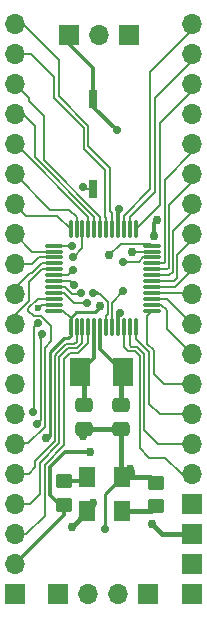
<source format=gtl>
G04 #@! TF.GenerationSoftware,KiCad,Pcbnew,8.0.4*
G04 #@! TF.CreationDate,2024-10-13T11:01:47+03:00*
G04 #@! TF.ProjectId,stm32f0_nucleo,73746d33-3266-4305-9f6e-75636c656f2e,rev?*
G04 #@! TF.SameCoordinates,Original*
G04 #@! TF.FileFunction,Copper,L1,Top*
G04 #@! TF.FilePolarity,Positive*
%FSLAX46Y46*%
G04 Gerber Fmt 4.6, Leading zero omitted, Abs format (unit mm)*
G04 Created by KiCad (PCBNEW 8.0.4) date 2024-10-13 11:01:47*
%MOMM*%
%LPD*%
G01*
G04 APERTURE LIST*
G04 Aperture macros list*
%AMRoundRect*
0 Rectangle with rounded corners*
0 $1 Rounding radius*
0 $2 $3 $4 $5 $6 $7 $8 $9 X,Y pos of 4 corners*
0 Add a 4 corners polygon primitive as box body*
4,1,4,$2,$3,$4,$5,$6,$7,$8,$9,$2,$3,0*
0 Add four circle primitives for the rounded corners*
1,1,$1+$1,$2,$3*
1,1,$1+$1,$4,$5*
1,1,$1+$1,$6,$7*
1,1,$1+$1,$8,$9*
0 Add four rect primitives between the rounded corners*
20,1,$1+$1,$2,$3,$4,$5,0*
20,1,$1+$1,$4,$5,$6,$7,0*
20,1,$1+$1,$6,$7,$8,$9,0*
20,1,$1+$1,$8,$9,$2,$3,0*%
G04 Aperture macros list end*
G04 #@! TA.AperFunction,SMDPad,CuDef*
%ADD10RoundRect,0.250000X-0.475000X0.337500X-0.475000X-0.337500X0.475000X-0.337500X0.475000X0.337500X0*%
G04 #@! TD*
G04 #@! TA.AperFunction,ComponentPad*
%ADD11O,1.700000X1.700000*%
G04 #@! TD*
G04 #@! TA.AperFunction,ComponentPad*
%ADD12R,1.700000X1.700000*%
G04 #@! TD*
G04 #@! TA.AperFunction,SMDPad,CuDef*
%ADD13RoundRect,0.250001X0.462499X0.624999X-0.462499X0.624999X-0.462499X-0.624999X0.462499X-0.624999X0*%
G04 #@! TD*
G04 #@! TA.AperFunction,SMDPad,CuDef*
%ADD14RoundRect,0.250000X-0.450000X0.350000X-0.450000X-0.350000X0.450000X-0.350000X0.450000X0.350000X0*%
G04 #@! TD*
G04 #@! TA.AperFunction,SMDPad,CuDef*
%ADD15R,0.760000X1.600000*%
G04 #@! TD*
G04 #@! TA.AperFunction,SMDPad,CuDef*
%ADD16R,1.700000X2.400000*%
G04 #@! TD*
G04 #@! TA.AperFunction,SMDPad,CuDef*
%ADD17RoundRect,0.075000X0.075000X-0.662500X0.075000X0.662500X-0.075000X0.662500X-0.075000X-0.662500X0*%
G04 #@! TD*
G04 #@! TA.AperFunction,SMDPad,CuDef*
%ADD18RoundRect,0.075000X0.662500X-0.075000X0.662500X0.075000X-0.662500X0.075000X-0.662500X-0.075000X0*%
G04 #@! TD*
G04 #@! TA.AperFunction,ViaPad*
%ADD19C,0.750000*%
G04 #@! TD*
G04 #@! TA.AperFunction,ViaPad*
%ADD20C,0.700000*%
G04 #@! TD*
G04 #@! TA.AperFunction,ViaPad*
%ADD21C,0.600000*%
G04 #@! TD*
G04 #@! TA.AperFunction,Conductor*
%ADD22C,0.250000*%
G04 #@! TD*
G04 #@! TA.AperFunction,Conductor*
%ADD23C,0.200000*%
G04 #@! TD*
G04 #@! TA.AperFunction,Conductor*
%ADD24C,0.450000*%
G04 #@! TD*
G04 #@! TA.AperFunction,Conductor*
%ADD25C,0.400000*%
G04 #@! TD*
G04 #@! TA.AperFunction,Conductor*
%ADD26C,0.160000*%
G04 #@! TD*
G04 #@! TA.AperFunction,Conductor*
%ADD27C,0.300000*%
G04 #@! TD*
G04 #@! TA.AperFunction,Conductor*
%ADD28C,0.500000*%
G04 #@! TD*
G04 APERTURE END LIST*
D10*
X145880000Y-92220000D03*
X145880000Y-94295000D03*
D11*
X140000000Y-60000000D03*
X140000000Y-62540000D03*
X140000000Y-65080000D03*
X140000000Y-67620000D03*
X140000000Y-70160000D03*
X140000000Y-72700000D03*
X140000000Y-75240000D03*
X140000000Y-77780000D03*
X140000000Y-80320000D03*
X140000000Y-82860000D03*
X140000000Y-85400000D03*
X140000000Y-87940000D03*
X140000000Y-90480000D03*
X140000000Y-93020000D03*
X140000000Y-95560000D03*
X140000000Y-98100000D03*
X140000000Y-100640000D03*
X140000000Y-103180000D03*
X140000000Y-105720000D03*
D12*
X140000000Y-108260000D03*
D13*
X149057500Y-98340000D03*
X146082500Y-98340000D03*
X149087500Y-101200000D03*
X146112500Y-101200000D03*
D14*
X151930000Y-98810000D03*
X151930000Y-100810000D03*
D15*
X146600000Y-66340000D03*
X146600000Y-73960000D03*
D11*
X155000000Y-60000000D03*
X155000000Y-62540000D03*
X155000000Y-65080000D03*
X155000000Y-67620000D03*
X155000000Y-70160000D03*
X155000000Y-72700000D03*
X155000000Y-75240000D03*
X155000000Y-77780000D03*
X155000000Y-80320000D03*
X155000000Y-82860000D03*
X155000000Y-85400000D03*
X155000000Y-87940000D03*
X155000000Y-90480000D03*
X155000000Y-93020000D03*
X155000000Y-95560000D03*
X155000000Y-98100000D03*
D12*
X155000000Y-100640000D03*
X155000000Y-103180000D03*
X155000000Y-105720000D03*
X155000000Y-108260000D03*
D16*
X149170001Y-89477500D03*
X145469999Y-89477500D03*
D14*
X144130000Y-98680000D03*
X144130000Y-100680000D03*
D10*
X148960000Y-92220000D03*
X148960000Y-94295000D03*
D12*
X144560001Y-60900000D03*
D11*
X147100001Y-60900000D03*
D12*
X149640000Y-60900000D03*
D17*
X144710000Y-85662500D03*
X145210000Y-85662500D03*
X145710000Y-85662500D03*
X146210001Y-85662500D03*
X146710000Y-85662500D03*
X147210000Y-85662500D03*
X147710000Y-85662500D03*
X148210000Y-85662500D03*
X148709999Y-85662500D03*
X149210000Y-85662500D03*
X149710000Y-85662500D03*
X150210000Y-85662500D03*
D18*
X151622500Y-84250000D03*
X151622500Y-83750000D03*
X151622500Y-83250000D03*
X151622500Y-82749999D03*
X151622500Y-82250000D03*
X151622500Y-81750000D03*
X151622500Y-81250000D03*
X151622500Y-80750000D03*
X151622500Y-80250001D03*
X151622500Y-79750000D03*
X151622500Y-79250000D03*
X151622500Y-78750000D03*
D17*
X150210000Y-77337500D03*
X149710000Y-77337500D03*
X149210000Y-77337500D03*
X148709999Y-77337500D03*
X148210000Y-77337500D03*
X147710000Y-77337500D03*
X147210000Y-77337500D03*
X146710000Y-77337500D03*
X146210001Y-77337500D03*
X145710000Y-77337500D03*
X145210000Y-77337500D03*
X144710000Y-77337500D03*
D18*
X143297500Y-78750000D03*
X143297500Y-79250000D03*
X143297500Y-79750000D03*
X143297500Y-80250001D03*
X143297500Y-80750000D03*
X143297500Y-81250000D03*
X143297500Y-81750000D03*
X143297500Y-82250000D03*
X143297500Y-82749999D03*
X143297500Y-83250000D03*
X143297500Y-83750000D03*
X143297500Y-84250000D03*
D12*
X143640001Y-108260000D03*
D11*
X146180001Y-108260000D03*
X148720000Y-108260000D03*
D12*
X151260001Y-108260000D03*
D19*
X147960000Y-79580000D03*
X146580000Y-100550000D03*
X144820000Y-102530000D03*
X142660000Y-95030000D03*
X147190000Y-83830000D03*
X151630000Y-102320000D03*
X149950000Y-79260000D03*
X149720000Y-97640000D03*
D20*
X149160000Y-82630000D03*
X147580000Y-102760000D03*
D19*
X145770000Y-94870000D03*
D21*
X141970000Y-84050000D03*
D20*
X148620000Y-68990000D03*
X145630000Y-82770000D03*
X148870000Y-84410000D03*
X148840000Y-75670000D03*
D19*
X152000000Y-76570000D03*
X146320000Y-96240000D03*
X151730000Y-77960000D03*
D20*
X144910000Y-80800000D03*
X146060000Y-83600000D03*
X144970000Y-82050000D03*
X149110000Y-80150000D03*
X144940000Y-79750000D03*
X142280000Y-86200000D03*
X141890000Y-93820000D03*
X144830000Y-78740000D03*
X141540000Y-92850000D03*
X141930000Y-85330000D03*
X145800000Y-73820000D03*
X146570000Y-82770000D03*
D22*
X144180000Y-86570000D02*
X143000000Y-87750000D01*
D23*
X148955000Y-78585000D02*
X147960000Y-79580000D01*
D22*
X147190000Y-83830000D02*
X147020000Y-84020000D01*
X142940000Y-94810000D02*
X142940000Y-94850000D01*
X146790000Y-84370000D02*
X147190000Y-83970000D01*
D24*
X152490000Y-103180000D02*
X151630000Y-102320000D01*
D22*
X144710000Y-85662500D02*
X144710000Y-84857236D01*
D24*
X155000000Y-103180000D02*
X152490000Y-103180000D01*
D22*
X142760000Y-95030000D02*
X142660000Y-95030000D01*
X142940000Y-93860000D02*
X142940000Y-94810000D01*
X147190000Y-83970000D02*
X147190000Y-83830000D01*
X142940000Y-94850000D02*
X142760000Y-95030000D01*
D23*
X151457500Y-78585000D02*
X148955000Y-78585000D01*
D25*
X146112500Y-101237500D02*
X144820000Y-102530000D01*
D22*
X144570000Y-86500000D02*
X144500000Y-86570000D01*
X144710000Y-86360000D02*
X144570000Y-86500000D01*
D26*
X143297500Y-84250000D02*
X144102764Y-84250000D01*
D22*
X142660000Y-95030000D02*
X142660000Y-95130000D01*
D26*
X144102764Y-84250000D02*
X144710000Y-84857236D01*
D25*
X146112500Y-101200000D02*
X146112500Y-101237500D01*
D22*
X145197236Y-84370000D02*
X146790000Y-84370000D01*
X144500000Y-86570000D02*
X144180000Y-86570000D01*
X144710000Y-84857236D02*
X145197236Y-84370000D01*
X143000000Y-87750000D02*
X142940000Y-87810000D01*
X142940000Y-87810000D02*
X142940000Y-93860000D01*
X142660000Y-95130000D02*
X142650000Y-95140000D01*
X144710000Y-85662500D02*
X144710000Y-86360000D01*
D23*
X151622500Y-78750000D02*
X151457500Y-78585000D01*
D27*
X146600000Y-66340000D02*
X146600000Y-66970000D01*
D26*
X142270000Y-83750000D02*
X141970000Y-84050000D01*
X148210000Y-83580000D02*
X149160000Y-82630000D01*
D28*
X149057500Y-98340000D02*
X149057500Y-98262500D01*
D24*
X149057500Y-98340000D02*
X149890000Y-98340000D01*
X148960000Y-94295000D02*
X148960000Y-98242500D01*
X149890000Y-97810000D02*
X149720000Y-97640000D01*
D26*
X143297500Y-83750000D02*
X142270000Y-83750000D01*
D24*
X145880000Y-94295000D02*
X148960000Y-94295000D01*
D27*
X146600000Y-66970000D02*
X148620000Y-68990000D01*
D23*
X149720000Y-97640000D02*
X149720000Y-97677500D01*
D24*
X149890000Y-98340000D02*
X149890000Y-97810000D01*
D27*
X144560001Y-61700001D02*
X146600000Y-63740000D01*
D24*
X148960000Y-98242500D02*
X149057500Y-98340000D01*
D23*
X151622500Y-79250000D02*
X149960000Y-79250000D01*
X149960000Y-79250000D02*
X149950000Y-79260000D01*
D24*
X149057500Y-98302500D02*
X149720000Y-97640000D01*
X149057500Y-98340000D02*
X149057500Y-98302500D01*
D26*
X143287500Y-83760000D02*
X143297500Y-83750000D01*
D27*
X146600000Y-63740000D02*
X146600000Y-66340000D01*
X144560001Y-60900000D02*
X144560001Y-61700001D01*
D24*
X151460000Y-98340000D02*
X151930000Y-98810000D01*
D22*
X149057500Y-98340000D02*
X147580000Y-99817500D01*
D26*
X148210000Y-85662500D02*
X148210000Y-83580000D01*
D22*
X147580000Y-102760000D02*
X147580000Y-102450000D01*
X147580000Y-99817500D02*
X147580000Y-102760000D01*
D23*
X149720000Y-97677500D02*
X149057500Y-98340000D01*
D24*
X149890000Y-98340000D02*
X151460000Y-98340000D01*
D26*
X144840000Y-82860000D02*
X145330000Y-82860000D01*
X145330000Y-82860000D02*
X145480000Y-82860000D01*
X145600000Y-82740000D02*
X145570000Y-82770000D01*
X145630000Y-82710000D02*
X145590000Y-82750000D01*
X144230000Y-82250000D02*
X144840000Y-82860000D01*
X143297500Y-82250000D02*
X144230000Y-82250000D01*
X145570000Y-82770000D02*
X145630000Y-82770000D01*
X145480000Y-82860000D02*
X145600000Y-82740000D01*
X145630000Y-82770000D02*
X145630000Y-82710000D01*
D24*
X145880000Y-92220000D02*
X145880000Y-89887501D01*
X145880000Y-89887501D02*
X145469999Y-89477500D01*
D27*
X146710000Y-88237499D02*
X145469999Y-89477500D01*
X146710000Y-85662500D02*
X146710000Y-88237499D01*
X147210000Y-87517499D02*
X149170001Y-89477500D01*
D24*
X148960000Y-92220000D02*
X148960000Y-89687501D01*
X148960000Y-89687501D02*
X149170001Y-89477500D01*
D27*
X147210000Y-85662500D02*
X147210000Y-87517499D01*
X148749999Y-84660001D02*
X148900000Y-84510000D01*
X148870000Y-84500000D02*
X148870000Y-84500000D01*
X148860000Y-84510000D02*
X148900000Y-84510000D01*
X148870000Y-84410000D02*
X148960000Y-84410000D01*
X148709999Y-84660001D02*
X148860000Y-84510000D01*
X148960000Y-84410000D02*
X148860000Y-84510000D01*
X148900000Y-84510000D02*
X148870000Y-84510000D01*
X148709999Y-85662500D02*
X148709999Y-84660001D01*
X148870000Y-84500000D02*
X148870000Y-84410000D01*
X148870000Y-84510000D02*
X148870000Y-84500000D01*
X148709999Y-84660001D02*
X148749999Y-84660001D01*
D24*
X145732500Y-98690000D02*
X146082500Y-98340000D01*
D27*
X144130000Y-98680000D02*
X145742500Y-98680000D01*
X145742500Y-98680000D02*
X146082500Y-98340000D01*
D24*
X149087500Y-101200000D02*
X151540000Y-101200000D01*
X151540000Y-101200000D02*
X151930000Y-100810000D01*
D26*
X143330000Y-66270000D02*
X143330000Y-64480000D01*
X141390000Y-62540000D02*
X140000000Y-62540000D01*
X145840000Y-68780000D02*
X143330000Y-66270000D01*
X143330000Y-64480000D02*
X141390000Y-62540000D01*
X147710000Y-76380000D02*
X147640000Y-76310000D01*
X145840000Y-70540000D02*
X145840000Y-68780000D01*
X147640000Y-72340000D02*
X145840000Y-70540000D01*
X147640000Y-76310000D02*
X147640000Y-72340000D01*
X147710000Y-77337500D02*
X147710000Y-76380000D01*
D27*
X143810000Y-100680000D02*
X142990000Y-99860000D01*
X148709999Y-75700001D02*
X148709999Y-77337500D01*
X151730000Y-76870000D02*
X152000000Y-76600000D01*
X152000000Y-76570000D02*
X152030000Y-76570000D01*
X151730000Y-77960000D02*
X151730000Y-76870000D01*
X142990000Y-99860000D02*
X142990000Y-97510000D01*
X142990000Y-97510000D02*
X144260000Y-96240000D01*
X148840000Y-75670000D02*
X148970000Y-75670000D01*
X144260000Y-96240000D02*
X146320000Y-96240000D01*
X152000000Y-76600000D02*
X152000000Y-76570000D01*
X148740000Y-75670000D02*
X148709999Y-75700001D01*
X148970000Y-75670000D02*
X148990000Y-75690000D01*
X140000000Y-105720000D02*
X144130000Y-101590000D01*
X144130000Y-100680000D02*
X143810000Y-100680000D01*
X148840000Y-75670000D02*
X148740000Y-75670000D01*
X144130000Y-101590000D02*
X144130000Y-100680000D01*
X152030000Y-76570000D02*
X151990000Y-76610000D01*
D26*
X144460000Y-81250000D02*
X144910000Y-80800000D01*
X143297500Y-81250000D02*
X144460000Y-81250000D01*
X140650000Y-67620000D02*
X140000000Y-67620000D01*
X146710000Y-77337500D02*
X146710000Y-76302652D01*
X141660000Y-68630000D02*
X140650000Y-67620000D01*
X146710000Y-76302652D02*
X141660000Y-71252652D01*
X141660000Y-71252652D02*
X141660000Y-68630000D01*
X142130000Y-97130000D02*
X142130000Y-99750000D01*
X143760000Y-95500000D02*
X142130000Y-97130000D01*
X145710000Y-86950000D02*
X145210000Y-87450000D01*
X145710000Y-85662500D02*
X145710000Y-86950000D01*
X145210000Y-87450000D02*
X144490000Y-87450000D01*
X141240000Y-100640000D02*
X140000000Y-100640000D01*
X143760000Y-88180000D02*
X143760000Y-95500000D01*
X142130000Y-99750000D02*
X141240000Y-100640000D01*
X144490000Y-87450000D02*
X143760000Y-88180000D01*
X143297500Y-82749999D02*
X144109999Y-82749999D01*
X144960000Y-83600000D02*
X145920000Y-83600000D01*
X144109999Y-82749999D02*
X144960000Y-83600000D01*
X148210000Y-77337500D02*
X148210000Y-75990000D01*
X148210000Y-75990000D02*
X148030000Y-75810000D01*
X140700000Y-60000000D02*
X140000000Y-60000000D01*
X146210000Y-70330000D02*
X146210000Y-68610000D01*
X143720000Y-63020000D02*
X140700000Y-60000000D01*
X143720000Y-66120000D02*
X143720000Y-63020000D01*
X148030000Y-72150000D02*
X146210000Y-70330000D01*
X146210000Y-68610000D02*
X143720000Y-66120000D01*
X148030000Y-75810000D02*
X148030000Y-72150000D01*
X142420000Y-71503535D02*
X142420000Y-67780000D01*
X147210000Y-77337500D02*
X147210000Y-76293535D01*
X147210000Y-76293535D02*
X142420000Y-71503535D01*
X141150000Y-66510000D02*
X141150000Y-66230000D01*
X142420000Y-67780000D02*
X141150000Y-66510000D01*
X141150000Y-66230000D02*
X140000000Y-65080000D01*
X145340000Y-87830000D02*
X144640000Y-87830000D01*
X144140000Y-95660000D02*
X142500000Y-97300000D01*
X146210001Y-86959999D02*
X145340000Y-87830000D01*
X142500000Y-97300000D02*
X142500000Y-101630000D01*
X144140000Y-88330000D02*
X144140000Y-95660000D01*
X144640000Y-87830000D02*
X144140000Y-88330000D01*
X140950000Y-103180000D02*
X140000000Y-103180000D01*
X142500000Y-101630000D02*
X140950000Y-103180000D01*
X146210001Y-85662500D02*
X146210001Y-86959999D01*
X141300000Y-81050000D02*
X140000000Y-82350000D01*
X142249999Y-80250001D02*
X141450000Y-81050000D01*
X140000000Y-82350000D02*
X140000000Y-82860000D01*
X141450000Y-81050000D02*
X141300000Y-81050000D01*
X143297500Y-80250001D02*
X142249999Y-80250001D01*
X140970000Y-76210000D02*
X140000000Y-75240000D01*
X143582500Y-76210000D02*
X140970000Y-76210000D01*
X144710000Y-77337500D02*
X143582500Y-76210000D01*
X145210000Y-76330000D02*
X144580000Y-75700000D01*
X143000000Y-75700000D02*
X140000000Y-72700000D01*
X145210000Y-77337500D02*
X145210000Y-76330000D01*
X144580000Y-75700000D02*
X143000000Y-75700000D01*
X143297500Y-79250000D02*
X141470000Y-79250000D01*
X141470000Y-79250000D02*
X140000000Y-77780000D01*
X140000000Y-84660000D02*
X140000000Y-85400000D01*
X143297500Y-80750000D02*
X142300000Y-80750000D01*
X141190000Y-81860000D02*
X141190000Y-83470000D01*
X142300000Y-80750000D02*
X141190000Y-81860000D01*
X141190000Y-83470000D02*
X140000000Y-84660000D01*
X140058232Y-70160000D02*
X140000000Y-70160000D01*
X146210001Y-76311769D02*
X140058232Y-70160000D01*
X146210001Y-77337500D02*
X146210001Y-76311769D01*
X142040000Y-79750000D02*
X141470000Y-80320000D01*
X141470000Y-80320000D02*
X140000000Y-80320000D01*
X143297500Y-79750000D02*
X142040000Y-79750000D01*
X143370000Y-88060883D02*
X143370000Y-95290000D01*
X141720000Y-96940000D02*
X141720000Y-97530000D01*
X144990000Y-87090000D02*
X144320000Y-87090000D01*
X144320000Y-87090000D02*
X143460000Y-87950000D01*
X145210000Y-86870000D02*
X144990000Y-87090000D01*
X143460000Y-87950000D02*
X143460000Y-87970883D01*
X145210000Y-85662500D02*
X145210000Y-86870000D01*
X141150000Y-98100000D02*
X140000000Y-98100000D01*
X143460000Y-87970883D02*
X143370000Y-88060883D01*
X141720000Y-97530000D02*
X141150000Y-98100000D01*
X143370000Y-95290000D02*
X141720000Y-96940000D01*
X140000000Y-95560000D02*
X140060000Y-95500000D01*
X142535000Y-87375000D02*
X143050000Y-86860000D01*
X141919116Y-83250000D02*
X143297500Y-83250000D01*
X143050000Y-85559045D02*
X142190955Y-84700000D01*
X141120000Y-84049116D02*
X141919116Y-83250000D01*
X141120000Y-95500000D02*
X142535000Y-94085000D01*
X143050000Y-86860000D02*
X143050000Y-85559045D01*
X143297500Y-83250000D02*
X143277500Y-83230000D01*
X140060000Y-95500000D02*
X141120000Y-95500000D01*
X141570000Y-84700000D02*
X141120000Y-84250000D01*
X141120000Y-84250000D02*
X141120000Y-84049116D01*
X142535000Y-94085000D02*
X142535000Y-87375000D01*
X142190955Y-84700000D02*
X141570000Y-84700000D01*
X144950000Y-82050000D02*
X144960000Y-82060000D01*
X144970000Y-82070000D02*
X144970000Y-82050000D01*
X143297500Y-81750000D02*
X144650000Y-81750000D01*
X144970000Y-82050000D02*
X144950000Y-82050000D01*
X144970000Y-82070000D02*
X144970000Y-82070000D01*
X144650000Y-81750000D02*
X144970000Y-82070000D01*
D23*
X150550000Y-88100000D02*
X150550000Y-95900000D01*
X150160000Y-87710000D02*
X150550000Y-88100000D01*
X149210000Y-87370000D02*
X149550000Y-87710000D01*
X150550000Y-95900000D02*
X151340000Y-96690000D01*
X154120000Y-98100000D02*
X155000000Y-98100000D01*
X151340000Y-96690000D02*
X152710000Y-96690000D01*
X152710000Y-96690000D02*
X154120000Y-98100000D01*
X149210000Y-85662500D02*
X149210000Y-87370000D01*
X149550000Y-87710000D02*
X150160000Y-87710000D01*
D26*
X151440000Y-64080000D02*
X155000000Y-60520000D01*
X149210000Y-76200000D02*
X151440000Y-73970000D01*
X149210000Y-77337500D02*
X149210000Y-76200000D01*
X155000000Y-60520000D02*
X155000000Y-60000000D01*
X151440000Y-73970000D02*
X151440000Y-64080000D01*
D23*
X151200000Y-84672500D02*
X151200000Y-87052943D01*
X151750000Y-89610000D02*
X152620000Y-90480000D01*
X151622500Y-84250000D02*
X151200000Y-84672500D01*
X151750000Y-87602943D02*
X151750000Y-89610000D01*
X152620000Y-90480000D02*
X155000000Y-90480000D01*
X151200000Y-87052943D02*
X151750000Y-87602943D01*
D26*
X150470877Y-80160000D02*
X149140000Y-80160000D01*
X149110000Y-80150000D02*
X149120000Y-80160000D01*
X149120000Y-80160000D02*
X149130000Y-80160000D01*
X149140000Y-80160000D02*
X149110000Y-80150000D01*
X150880877Y-79750000D02*
X150470877Y-80160000D01*
X151622500Y-79750000D02*
X150880877Y-79750000D01*
D23*
X149710000Y-87200000D02*
X149710000Y-85662500D01*
X149810000Y-87300000D02*
X149710000Y-87200000D01*
X155000000Y-95560000D02*
X152140000Y-95560000D01*
X150950000Y-94370000D02*
X150950000Y-87934314D01*
X150315686Y-87300000D02*
X149810000Y-87300000D01*
X152140000Y-95560000D02*
X150950000Y-94370000D01*
X150950000Y-87934314D02*
X150315686Y-87300000D01*
X151622500Y-82250000D02*
X153570000Y-82250000D01*
X155000000Y-80820000D02*
X155000000Y-80320000D01*
X153570000Y-82250000D02*
X155000000Y-80820000D01*
X154889999Y-82749999D02*
X155000000Y-82860000D01*
X151622500Y-82749999D02*
X154889999Y-82749999D01*
D26*
X151870000Y-74180000D02*
X151870000Y-66250000D01*
X149710000Y-76340000D02*
X151870000Y-74180000D01*
X151870000Y-66250000D02*
X155000000Y-63120000D01*
X149710000Y-77337500D02*
X149710000Y-76340000D01*
X155000000Y-63120000D02*
X155000000Y-62540000D01*
X153740000Y-81460000D02*
X153740000Y-79520000D01*
X155000000Y-78260000D02*
X154550000Y-78710000D01*
X151622500Y-81750000D02*
X153450000Y-81750000D01*
X153450000Y-81750000D02*
X153740000Y-81460000D01*
X153740000Y-79520000D02*
X154550000Y-78710000D01*
X155000000Y-77780000D02*
X155000000Y-78260000D01*
X155000000Y-75910000D02*
X155000000Y-75240000D01*
X153380000Y-80950000D02*
X153380000Y-77530000D01*
X153380000Y-77530000D02*
X155000000Y-75910000D01*
X153080000Y-81250000D02*
X153380000Y-80950000D01*
X151622500Y-81250000D02*
X153080000Y-81250000D01*
D23*
X151622500Y-83250000D02*
X152850000Y-83250000D01*
X152850000Y-83250000D02*
X155000000Y-85400000D01*
D26*
X152900000Y-80750000D02*
X153020000Y-80630000D01*
X153020000Y-80630000D02*
X153020000Y-75340000D01*
X153020000Y-75340000D02*
X155000000Y-73360000D01*
X151622500Y-80750000D02*
X152900000Y-80750000D01*
X155000000Y-73360000D02*
X155000000Y-72700000D01*
X152270000Y-68380000D02*
X155000000Y-65650000D01*
X150210000Y-77337500D02*
X152270000Y-75277500D01*
X152270000Y-75277500D02*
X152270000Y-68380000D01*
X155000000Y-65650000D02*
X155000000Y-65080000D01*
X152660000Y-73150000D02*
X155000000Y-70810000D01*
X151622500Y-80250001D02*
X152579999Y-80250001D01*
X155000000Y-70810000D02*
X155000000Y-70160000D01*
X152660000Y-80170000D02*
X152660000Y-73150000D01*
X152579999Y-80250001D02*
X152660000Y-80170000D01*
D23*
X151350000Y-87768629D02*
X151350000Y-92120000D01*
X152250000Y-93020000D02*
X155000000Y-93020000D01*
X150210000Y-85662500D02*
X150210000Y-86628629D01*
X151350000Y-92120000D02*
X152250000Y-93020000D01*
X150210000Y-86628629D02*
X151350000Y-87768629D01*
X152850000Y-85790000D02*
X155000000Y-87940000D01*
X152392410Y-83750000D02*
X152850000Y-84207590D01*
X152850000Y-84207590D02*
X152850000Y-85790000D01*
X151622500Y-83750000D02*
X152392410Y-83750000D01*
D26*
X142150000Y-86590000D02*
X142150000Y-86330000D01*
X142150000Y-86360000D02*
X142150000Y-86590000D01*
X142150000Y-86330000D02*
X142280000Y-86200000D01*
X142200000Y-86310000D02*
X142150000Y-86360000D01*
X144960000Y-79720000D02*
X144950000Y-79720000D01*
X142150000Y-86590000D02*
X142175000Y-86615000D01*
X145710000Y-78960000D02*
X144960000Y-79710000D01*
X144950000Y-79720000D02*
X144950000Y-79720000D01*
X142175000Y-93535000D02*
X141890000Y-93820000D01*
X145710000Y-77337500D02*
X145710000Y-78960000D01*
X144960000Y-79710000D02*
X144960000Y-79720000D01*
X142175000Y-86615000D02*
X142175000Y-93535000D01*
X141930000Y-85330000D02*
X141920000Y-85340000D01*
X143297500Y-78750000D02*
X144830000Y-78740000D01*
X141600000Y-92850000D02*
X141540000Y-92850000D01*
X144830000Y-78740000D02*
X144830000Y-78750000D01*
X141640000Y-92870000D02*
X141600000Y-85660000D01*
X141600000Y-85660000D02*
X141930000Y-85330000D01*
X141540000Y-92850000D02*
X141640000Y-92870000D01*
X147170000Y-82870000D02*
X147065000Y-82765000D01*
X147710000Y-84666310D02*
X147845000Y-84531310D01*
X146570000Y-82770000D02*
X146670000Y-82870000D01*
X147845000Y-83545000D02*
X147170000Y-82870000D01*
D23*
X145800000Y-73770000D02*
X145810000Y-73780000D01*
D26*
X146850000Y-82770000D02*
X146960000Y-82660000D01*
X146570000Y-82770000D02*
X146850000Y-82770000D01*
X147845000Y-84531310D02*
X147845000Y-83545000D01*
X146570000Y-82770000D02*
X146575000Y-82765000D01*
X146670000Y-82870000D02*
X147170000Y-82870000D01*
X147710000Y-85662500D02*
X147710000Y-84666310D01*
X146960000Y-82660000D02*
X147065000Y-82765000D01*
D23*
X145850000Y-73820000D02*
X145800000Y-73820000D01*
X145990000Y-73960000D02*
X145850000Y-73820000D01*
X145800000Y-73820000D02*
X145800000Y-73770000D01*
X146600000Y-73960000D02*
X145990000Y-73960000D01*
D26*
X146575000Y-82765000D02*
X147065000Y-82765000D01*
D27*
X146590000Y-73970000D02*
X146600000Y-73960000D01*
M02*

</source>
